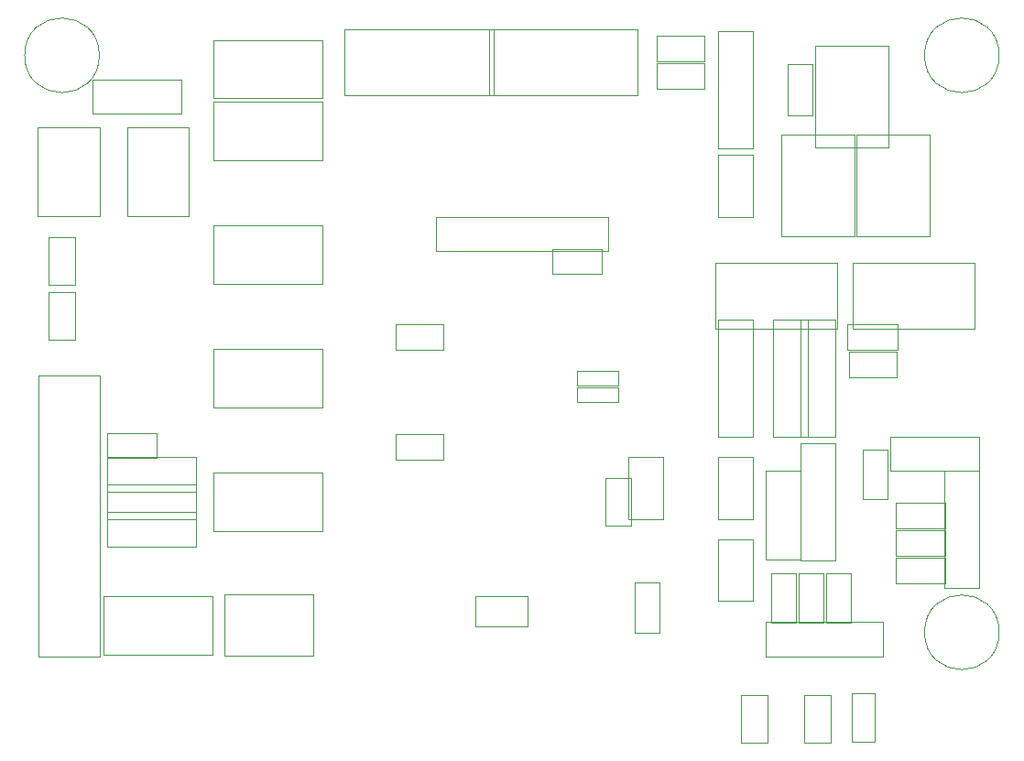
<source format=gbr>
G04 #@! TF.FileFunction,Other,User*
%FSLAX46Y46*%
G04 Gerber Fmt 4.6, Leading zero omitted, Abs format (unit mm)*
G04 Created by KiCad (PCBNEW 4.0.6) date 08/21/17 14:47:51*
%MOMM*%
%LPD*%
G01*
G04 APERTURE LIST*
%ADD10C,0.100000*%
%ADD11C,0.050000*%
G04 APERTURE END LIST*
D10*
D11*
X195987520Y-104129480D02*
X195987520Y-108529480D01*
X193587520Y-104129480D02*
X193587520Y-108529480D01*
X195987520Y-104129480D02*
X193587520Y-104129480D01*
X195987520Y-108529480D02*
X193587520Y-108529480D01*
X198927520Y-107929480D02*
X198927520Y-102229480D01*
X198927520Y-102229480D02*
X195727520Y-102229480D01*
X195727520Y-102229480D02*
X195727520Y-107929480D01*
X195727520Y-107929480D02*
X198927520Y-107929480D01*
X198604520Y-113808480D02*
X198604520Y-118408480D01*
X196304520Y-113808480D02*
X196304520Y-118408480D01*
X198604520Y-113808480D02*
X196304520Y-113808480D01*
X198604520Y-118408480D02*
X196304520Y-118408480D01*
X155747520Y-107269480D02*
X147547520Y-107269480D01*
X147547520Y-107269480D02*
X147547520Y-110469480D01*
X147547520Y-110469480D02*
X155747520Y-110469480D01*
X155747520Y-110469480D02*
X155747520Y-107269480D01*
X155747520Y-102189480D02*
X147547520Y-102189480D01*
X147547520Y-102189480D02*
X147547520Y-105389480D01*
X147547520Y-105389480D02*
X155747520Y-105389480D01*
X155747520Y-105389480D02*
X155747520Y-102189480D01*
X155747520Y-104729480D02*
X147547520Y-104729480D01*
X147547520Y-104729480D02*
X147547520Y-107929480D01*
X147547520Y-107929480D02*
X155747520Y-107929480D01*
X155747520Y-107929480D02*
X155747520Y-104729480D01*
X149372520Y-71709480D02*
X149372520Y-79909480D01*
X149372520Y-79909480D02*
X155072520Y-79909480D01*
X155072520Y-79909480D02*
X155072520Y-71709480D01*
X155072520Y-71709480D02*
X149372520Y-71709480D01*
X141117520Y-71709480D02*
X141117520Y-79909480D01*
X141117520Y-79909480D02*
X146817520Y-79909480D01*
X146817520Y-79909480D02*
X146817520Y-71709480D01*
X146817520Y-71709480D02*
X141117520Y-71709480D01*
X207182520Y-79989480D02*
X207182520Y-74289480D01*
X207182520Y-74289480D02*
X203982520Y-74289480D01*
X203982520Y-74289480D02*
X203982520Y-79989480D01*
X203982520Y-79989480D02*
X207182520Y-79989480D01*
X228137520Y-114279480D02*
X228137520Y-103479480D01*
X228137520Y-103479480D02*
X224937520Y-103479480D01*
X224937520Y-103479480D02*
X224937520Y-114279480D01*
X224937520Y-114279480D02*
X228137520Y-114279480D01*
X203782520Y-90349480D02*
X214982520Y-90349480D01*
X214982520Y-90349480D02*
X214982520Y-84199480D01*
X214982520Y-84199480D02*
X203782520Y-84199480D01*
X203782520Y-84199480D02*
X203782520Y-90349480D01*
X212262520Y-100309480D02*
X212262520Y-89509480D01*
X212262520Y-89509480D02*
X209062520Y-89509480D01*
X209062520Y-89509480D02*
X209062520Y-100309480D01*
X209062520Y-100309480D02*
X212262520Y-100309480D01*
X152129520Y-102272480D02*
X147529520Y-102272480D01*
X152129520Y-99972480D02*
X147529520Y-99972480D01*
X152129520Y-102272480D02*
X152129520Y-99972480D01*
X147529520Y-102272480D02*
X147529520Y-99972480D01*
X167462520Y-69024480D02*
X167462520Y-63624480D01*
X167462520Y-63624480D02*
X157362520Y-63624480D01*
X157362520Y-63624480D02*
X157362520Y-69024480D01*
X157362520Y-69024480D02*
X167462520Y-69024480D01*
X157302520Y-120459480D02*
X157302520Y-115059480D01*
X157302520Y-115059480D02*
X147202520Y-115059480D01*
X147202520Y-115059480D02*
X147202520Y-120459480D01*
X147202520Y-120459480D02*
X157302520Y-120459480D01*
X208427520Y-103459480D02*
X208427520Y-111659480D01*
X208427520Y-111659480D02*
X211627520Y-111659480D01*
X211627520Y-111659480D02*
X211627520Y-103459480D01*
X211627520Y-103459480D02*
X208427520Y-103459480D01*
X146802520Y-65054480D02*
G75*
G03X146802520Y-65054480I-3450000J0D01*
G01*
X229987520Y-118394480D02*
G75*
G03X229987520Y-118394480I-3450000J0D01*
G01*
X229987520Y-65054480D02*
G75*
G03X229987520Y-65054480I-3450000J0D01*
G01*
X167462520Y-109029480D02*
X167462520Y-103629480D01*
X167462520Y-103629480D02*
X157362520Y-103629480D01*
X157362520Y-103629480D02*
X157362520Y-109029480D01*
X157362520Y-109029480D02*
X167462520Y-109029480D01*
X146857520Y-120629480D02*
X146857520Y-94629480D01*
X146857520Y-94629480D02*
X141157520Y-94629480D01*
X141157520Y-94629480D02*
X141157520Y-120629480D01*
X141157520Y-120629480D02*
X146857520Y-120629480D01*
X167462520Y-74739480D02*
X167462520Y-69339480D01*
X167462520Y-69339480D02*
X157362520Y-69339480D01*
X157362520Y-69339480D02*
X157362520Y-74739480D01*
X157362520Y-74739480D02*
X167462520Y-74739480D01*
X211602520Y-100919480D02*
X211602520Y-111719480D01*
X211602520Y-111719480D02*
X214802520Y-111719480D01*
X214802520Y-111719480D02*
X214802520Y-100919480D01*
X214802520Y-100919480D02*
X211602520Y-100919480D01*
X207182520Y-100309480D02*
X207182520Y-89509480D01*
X207182520Y-89509480D02*
X203982520Y-89509480D01*
X203982520Y-89509480D02*
X203982520Y-100309480D01*
X203982520Y-100309480D02*
X207182520Y-100309480D01*
X169492520Y-68759480D02*
X183242520Y-68759480D01*
X183242520Y-68759480D02*
X183242520Y-62609480D01*
X183242520Y-62609480D02*
X169492520Y-62609480D01*
X169492520Y-62609480D02*
X169492520Y-68759480D01*
X182827520Y-68759480D02*
X196577520Y-68759480D01*
X196577520Y-68759480D02*
X196577520Y-62609480D01*
X196577520Y-62609480D02*
X182827520Y-62609480D01*
X182827520Y-62609480D02*
X182827520Y-68759480D01*
X213957520Y-117519480D02*
X213957520Y-112919480D01*
X216257520Y-117519480D02*
X216257520Y-112919480D01*
X213957520Y-117519480D02*
X216257520Y-117519480D01*
X213957520Y-112919480D02*
X216257520Y-112919480D01*
X225027520Y-108749480D02*
X220427520Y-108749480D01*
X225027520Y-106449480D02*
X220427520Y-106449480D01*
X225027520Y-108749480D02*
X225027520Y-106449480D01*
X220427520Y-108749480D02*
X220427520Y-106449480D01*
X225027520Y-111289480D02*
X220427520Y-111289480D01*
X225027520Y-108989480D02*
X220427520Y-108989480D01*
X225027520Y-111289480D02*
X225027520Y-108989480D01*
X220427520Y-111289480D02*
X220427520Y-108989480D01*
X225027520Y-113829480D02*
X220427520Y-113829480D01*
X225027520Y-111529480D02*
X220427520Y-111529480D01*
X225027520Y-113829480D02*
X225027520Y-111529480D01*
X220427520Y-113829480D02*
X220427520Y-111529480D01*
X211417520Y-117519480D02*
X211417520Y-112919480D01*
X213717520Y-117519480D02*
X213717520Y-112919480D01*
X211417520Y-117519480D02*
X213717520Y-117519480D01*
X211417520Y-112919480D02*
X213717520Y-112919480D01*
X208877520Y-117519480D02*
X208877520Y-112919480D01*
X211177520Y-117519480D02*
X211177520Y-112919480D01*
X208877520Y-117519480D02*
X211177520Y-117519480D01*
X208877520Y-112919480D02*
X211177520Y-112919480D01*
X193277520Y-85254480D02*
X188677520Y-85254480D01*
X193277520Y-82954480D02*
X188677520Y-82954480D01*
X193277520Y-85254480D02*
X193277520Y-82954480D01*
X188677520Y-85254480D02*
X188677520Y-82954480D01*
X219686520Y-101489480D02*
X219686520Y-106089480D01*
X217386520Y-101489480D02*
X217386520Y-106089480D01*
X219686520Y-101489480D02*
X217386520Y-101489480D01*
X219686520Y-106089480D02*
X217386520Y-106089480D01*
X220632520Y-92239480D02*
X215932520Y-92239480D01*
X215932520Y-92239480D02*
X215932520Y-89939480D01*
X215932520Y-89939480D02*
X220632520Y-89939480D01*
X220632520Y-92239480D02*
X220632520Y-89939480D01*
X202702520Y-65619480D02*
X198302520Y-65619480D01*
X202702520Y-63219480D02*
X198302520Y-63219480D01*
X202702520Y-65619480D02*
X202702520Y-63219480D01*
X198302520Y-65619480D02*
X198302520Y-63219480D01*
X202702520Y-68159480D02*
X198302520Y-68159480D01*
X202702520Y-65759480D02*
X198302520Y-65759480D01*
X202702520Y-68159480D02*
X202702520Y-65759480D01*
X198302520Y-68159480D02*
X198302520Y-65759480D01*
X206160520Y-128595480D02*
X206160520Y-124195480D01*
X208560520Y-128595480D02*
X208560520Y-124195480D01*
X206160520Y-128595480D02*
X208560520Y-128595480D01*
X206160520Y-124195480D02*
X208560520Y-124195480D01*
X212002520Y-128595480D02*
X212002520Y-124195480D01*
X214402520Y-128595480D02*
X214402520Y-124195480D01*
X212002520Y-128595480D02*
X214402520Y-128595480D01*
X212002520Y-124195480D02*
X214402520Y-124195480D01*
X178572520Y-102449480D02*
X174172520Y-102449480D01*
X178572520Y-100049480D02*
X174172520Y-100049480D01*
X178572520Y-102449480D02*
X178572520Y-100049480D01*
X174172520Y-102449480D02*
X174172520Y-100049480D01*
X178572520Y-92289480D02*
X174172520Y-92289480D01*
X178572520Y-89889480D02*
X174172520Y-89889480D01*
X178572520Y-92289480D02*
X178572520Y-89889480D01*
X174172520Y-92289480D02*
X174172520Y-89889480D01*
X142152520Y-91384480D02*
X142152520Y-86984480D01*
X144552520Y-91384480D02*
X144552520Y-86984480D01*
X142152520Y-91384480D02*
X144552520Y-91384480D01*
X142152520Y-86984480D02*
X144552520Y-86984480D01*
X142152520Y-86304480D02*
X142152520Y-81904480D01*
X144552520Y-86304480D02*
X144552520Y-81904480D01*
X142152520Y-86304480D02*
X144552520Y-86304480D01*
X142152520Y-81904480D02*
X144552520Y-81904480D01*
X146197520Y-70464480D02*
X154397520Y-70464480D01*
X154397520Y-70464480D02*
X154397520Y-67264480D01*
X154397520Y-67264480D02*
X146197520Y-67264480D01*
X146197520Y-67264480D02*
X146197520Y-70464480D01*
X216082520Y-92429480D02*
X220482520Y-92429480D01*
X216082520Y-94829480D02*
X220482520Y-94829480D01*
X216082520Y-92429480D02*
X216082520Y-94829480D01*
X220482520Y-92429480D02*
X220482520Y-94829480D01*
X207182520Y-107929480D02*
X207182520Y-102229480D01*
X207182520Y-102229480D02*
X203982520Y-102229480D01*
X203982520Y-102229480D02*
X203982520Y-107929480D01*
X203982520Y-107929480D02*
X207182520Y-107929480D01*
X203982520Y-109809480D02*
X203982520Y-115509480D01*
X203982520Y-115509480D02*
X207182520Y-115509480D01*
X207182520Y-115509480D02*
X207182520Y-109809480D01*
X207182520Y-109809480D02*
X203982520Y-109809480D01*
X177947520Y-83164480D02*
X193847520Y-83164480D01*
X193847520Y-83164480D02*
X193847520Y-79964480D01*
X193847520Y-79964480D02*
X177947520Y-79964480D01*
X177947520Y-79964480D02*
X177947520Y-83164480D01*
X166542520Y-114889480D02*
X158342520Y-114889480D01*
X158342520Y-114889480D02*
X158342520Y-120589480D01*
X158342520Y-120589480D02*
X166542520Y-120589480D01*
X166542520Y-120589480D02*
X166542520Y-114889480D01*
X203982520Y-62819480D02*
X203982520Y-73619480D01*
X203982520Y-73619480D02*
X207182520Y-73619480D01*
X207182520Y-73619480D02*
X207182520Y-62819480D01*
X207182520Y-62819480D02*
X203982520Y-62819480D01*
X228137520Y-100284480D02*
X219937520Y-100284480D01*
X219937520Y-100284480D02*
X219937520Y-103484480D01*
X219937520Y-103484480D02*
X228137520Y-103484480D01*
X228137520Y-103484480D02*
X228137520Y-100284480D01*
X208427520Y-120629480D02*
X219227520Y-120629480D01*
X219227520Y-120629480D02*
X219227520Y-117429480D01*
X219227520Y-117429480D02*
X208427520Y-117429480D01*
X208427520Y-117429480D02*
X208427520Y-120629480D01*
X212701520Y-65879480D02*
X212701520Y-70579480D01*
X212701520Y-70579480D02*
X210401520Y-70579480D01*
X210401520Y-70579480D02*
X210401520Y-65879480D01*
X212701520Y-65879480D02*
X210401520Y-65879480D01*
X216482520Y-90349480D02*
X227682520Y-90349480D01*
X227682520Y-90349480D02*
X227682520Y-84199480D01*
X227682520Y-84199480D02*
X216482520Y-84199480D01*
X216482520Y-84199480D02*
X216482520Y-90349480D01*
X212977520Y-73564480D02*
X212977520Y-64164480D01*
X212977520Y-73564480D02*
X219777520Y-73564480D01*
X219777520Y-64164480D02*
X212977520Y-64164480D01*
X219777520Y-64164480D02*
X219777520Y-73564480D01*
X167462520Y-86169480D02*
X167462520Y-80769480D01*
X167462520Y-80769480D02*
X157362520Y-80769480D01*
X157362520Y-80769480D02*
X157362520Y-86169480D01*
X157362520Y-86169480D02*
X167462520Y-86169480D01*
X167462520Y-97599480D02*
X167462520Y-92199480D01*
X167462520Y-92199480D02*
X157362520Y-92199480D01*
X157362520Y-92199480D02*
X157362520Y-97599480D01*
X157362520Y-97599480D02*
X167462520Y-97599480D01*
X218443520Y-124018480D02*
X218443520Y-128518480D01*
X218443520Y-124018480D02*
X216343520Y-124018480D01*
X216343520Y-128518480D02*
X218443520Y-128518480D01*
X216343520Y-128518480D02*
X216343520Y-124018480D01*
X216787520Y-81819480D02*
X216787520Y-72419480D01*
X216787520Y-81819480D02*
X223587520Y-81819480D01*
X223587520Y-72419480D02*
X216787520Y-72419480D01*
X223587520Y-72419480D02*
X223587520Y-81819480D01*
X216602520Y-72419480D02*
X216602520Y-81819480D01*
X216602520Y-72419480D02*
X209802520Y-72419480D01*
X209802520Y-81819480D02*
X216602520Y-81819480D01*
X209802520Y-81819480D02*
X209802520Y-72419480D01*
X214802520Y-100322180D02*
X211602520Y-100322180D01*
X214802520Y-89522180D02*
X214802520Y-100322180D01*
X211602520Y-89522180D02*
X214802520Y-89522180D01*
X211602520Y-100322180D02*
X211602520Y-89522180D01*
X211602520Y-100322180D02*
X211602520Y-89522180D01*
X211602520Y-89522180D02*
X214802520Y-89522180D01*
X214802520Y-89522180D02*
X214802520Y-100322180D01*
X214802520Y-100322180D02*
X211602520Y-100322180D01*
X194782520Y-95723480D02*
X194782520Y-97123480D01*
X190982520Y-97123480D02*
X190982520Y-95723480D01*
X194782520Y-95723480D02*
X190982520Y-95723480D01*
X190982520Y-97123480D02*
X194782520Y-97123480D01*
X190982520Y-95599480D02*
X190982520Y-94199480D01*
X194782520Y-94199480D02*
X194782520Y-95599480D01*
X190982520Y-95599480D02*
X194782520Y-95599480D01*
X194782520Y-94199480D02*
X190982520Y-94199480D01*
X181592520Y-117889480D02*
X186392520Y-117889480D01*
X186392520Y-117889480D02*
X186392520Y-115089480D01*
X181592520Y-115089480D02*
X181592520Y-117889480D01*
X181592520Y-115089480D02*
X186392520Y-115089480D01*
M02*

</source>
